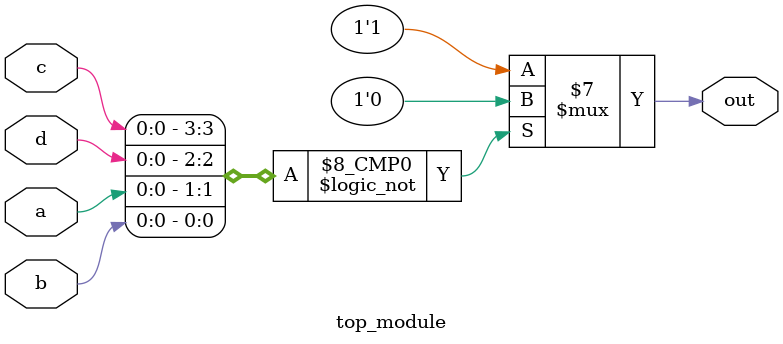
<source format=sv>
module top_module (
    input a,
    input b,
    input c,
    input d,
    output reg out
);

always @(*) begin
    case ({c, d, a, b})
        4'b0001: out = 1'b1;
        4'b0000: out = 1'b0;
        4'b1011: out = 1'b1;
        4'b1010: out = 1'b1;
        4'b0111: out = 1'b1;
        4'b0110: out = 1'b1;
        default: out = 1'b1; // Handling the don't-care condition
    endcase
end

endmodule

</source>
